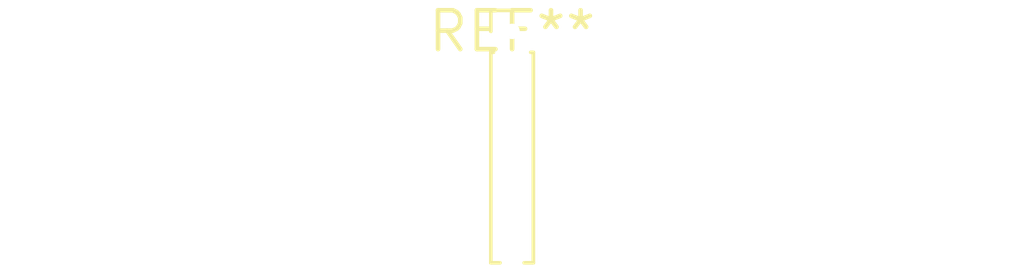
<source format=kicad_pcb>
(kicad_pcb (version 20240108) (generator pcbnew)
  (layers (0 "F.Cu" signal) (31 "B.Cu" signal) (34 "B.Paste" user) (35 "F.Paste" user) (36 "B.SilkS" user "B.Silkscreen") (37 "F.SilkS" user "F.Silkscreen") (38 "B.Mask" user) (39 "F.Mask" user) (44 "Edge.Cuts" user))
  (net 0 "")
  (footprint "PinHeader_1x08_P1.00mm_Vertical" (layer "F.Cu") (at 0 0)
    (property "Reference" "REF**")
    (property "Value" "PinHeader_1x08_P1.00mm_Vertical")
    (fp_line (start -0.695 -0.685) (end 0 -0.685) (layer "F.SilkS") (stroke (width 0.12)))
    (fp_line (start -0.695 0) (end -0.695 -0.685) (layer "F.SilkS") (stroke (width 0.12)))
    (fp_line (start -0.695 0.685) (end -0.695 7.56) (layer "F.SilkS") (stroke (width 0.12)))
    (fp_line (start -0.695 0.685) (end -0.608276 0.685) (layer "F.SilkS") (stroke (width 0.12)))
    (fp_line (start -0.695 7.56) (end -0.394493 7.56) (layer "F.SilkS") (stroke (width 0.12)))
    (fp_line (start 0.394493 7.56) (end 0.695 7.56) (layer "F.SilkS") (stroke (width 0.12)))
    (fp_line (start 0.608276 0.685) (end 0.695 0.685) (layer "F.SilkS") (stroke (width 0.12)))
    (fp_line (start 0.695 0.685) (end 0.695 7.56) (layer "F.SilkS") (stroke (width 0.12)))
    (pad "1" thru_hole rect (at 0 0) (size 0.85 0.85) (drill 0.5) (layers *.Cu *.Mask) (remove_unused_layers))
    (pad "2" thru_hole oval (at 0 1) (size 0.85 0.85) (drill 0.5) (layers *.Cu *.Mask) (remove_unused_layers))
    (pad "3" thru_hole oval (at 0 2) (size 0.85 0.85) (drill 0.5) (layers *.Cu *.Mask) (remove_unused_layers))
    (pad "4" thru_hole oval (at 0 3) (size 0.85 0.85) (drill 0.5) (layers *.Cu *.Mask) (remove_unused_layers))
    (pad "5" thru_hole oval (at 0 4) (size 0.85 0.85) (drill 0.5) (layers *.Cu *.Mask) (remove_unused_layers))
    (pad "6" thru_hole oval (at 0 5) (size 0.85 0.85) (drill 0.5) (layers *.Cu *.Mask) (remove_unused_layers))
    (pad "7" thru_hole oval (at 0 6) (size 0.85 0.85) (drill 0.5) (layers *.Cu *.Mask) (remove_unused_layers))
    (pad "8" thru_hole oval (at 0 7) (size 0.85 0.85) (drill 0.5) (layers *.Cu *.Mask) (remove_unused_layers))
  )
)
</source>
